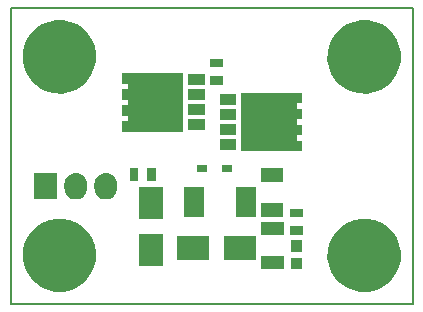
<source format=gts>
G04 #@! TF.FileFunction,Soldermask,Top*
%FSLAX46Y46*%
G04 Gerber Fmt 4.6, Leading zero omitted, Abs format (unit mm)*
G04 Created by KiCad (PCBNEW 4.0.4-stable) date 02/25/17 16:14:21*
%MOMM*%
%LPD*%
G01*
G04 APERTURE LIST*
%ADD10C,0.100000*%
%ADD11C,0.150000*%
G04 APERTURE END LIST*
D10*
D11*
X0Y25000000D02*
X34000000Y25000000D01*
X0Y0D02*
X0Y25000000D01*
X34000000Y0D02*
X34000000Y25000000D01*
X0Y0D02*
X34000000Y0D01*
D10*
G36*
X4425578Y7197677D02*
X5021055Y7075443D01*
X5581444Y6839877D01*
X6085409Y6499949D01*
X6513752Y6068605D01*
X6850153Y5562281D01*
X7081801Y5000261D01*
X7199807Y4404289D01*
X7199807Y4404279D01*
X7199873Y4403945D01*
X7190177Y3709620D01*
X7190101Y3709286D01*
X7190101Y3709274D01*
X7055504Y3116837D01*
X6808251Y2561500D01*
X6457844Y2064766D01*
X6017622Y1645549D01*
X5504367Y1319828D01*
X4937615Y1099998D01*
X4338962Y994440D01*
X3731205Y1007170D01*
X3137488Y1137707D01*
X2580444Y1381074D01*
X2081275Y1728005D01*
X1658997Y2165288D01*
X1329700Y2676256D01*
X1105920Y3241459D01*
X996183Y3839368D01*
X1004671Y4447198D01*
X1131058Y5041802D01*
X1370533Y5600538D01*
X1713971Y6102116D01*
X2148293Y6527437D01*
X2656953Y6860295D01*
X3220580Y7088015D01*
X3817700Y7201921D01*
X4425578Y7197677D01*
X4425578Y7197677D01*
G37*
G36*
X30225578Y7197677D02*
X30821055Y7075443D01*
X31381444Y6839877D01*
X31885409Y6499949D01*
X32313752Y6068605D01*
X32650153Y5562281D01*
X32881801Y5000261D01*
X32999807Y4404289D01*
X32999807Y4404279D01*
X32999873Y4403945D01*
X32990177Y3709620D01*
X32990101Y3709286D01*
X32990101Y3709274D01*
X32855504Y3116837D01*
X32608251Y2561500D01*
X32257844Y2064766D01*
X31817622Y1645549D01*
X31304367Y1319828D01*
X30737615Y1099998D01*
X30138962Y994440D01*
X29531205Y1007170D01*
X28937488Y1137707D01*
X28380444Y1381074D01*
X27881275Y1728005D01*
X27458997Y2165288D01*
X27129700Y2676256D01*
X26905920Y3241459D01*
X26796183Y3839368D01*
X26804671Y4447198D01*
X26931058Y5041802D01*
X27170533Y5600538D01*
X27513971Y6102116D01*
X27948293Y6527437D01*
X28456953Y6860295D01*
X29020580Y7088015D01*
X29617700Y7201921D01*
X30225578Y7197677D01*
X30225578Y7197677D01*
G37*
G36*
X23100000Y2900000D02*
X21200000Y2900000D01*
X21200000Y4000000D01*
X23100000Y4000000D01*
X23100000Y2900000D01*
X23100000Y2900000D01*
G37*
G36*
X24625000Y2900000D02*
X23675000Y2900000D01*
X23675000Y3900000D01*
X24625000Y3900000D01*
X24625000Y2900000D01*
X24625000Y2900000D01*
G37*
G36*
X12850430Y3201340D02*
X10849570Y3201340D01*
X10849570Y5900700D01*
X12850430Y5900700D01*
X12850430Y3201340D01*
X12850430Y3201340D01*
G37*
G36*
X20748660Y3699570D02*
X18049300Y3699570D01*
X18049300Y5700430D01*
X20748660Y5700430D01*
X20748660Y3699570D01*
X20748660Y3699570D01*
G37*
G36*
X16750700Y3699570D02*
X14051340Y3699570D01*
X14051340Y5700430D01*
X16750700Y5700430D01*
X16750700Y3699570D01*
X16750700Y3699570D01*
G37*
G36*
X24625000Y4400000D02*
X23675000Y4400000D01*
X23675000Y5400000D01*
X24625000Y5400000D01*
X24625000Y4400000D01*
X24625000Y4400000D01*
G37*
G36*
X23100000Y5800000D02*
X21200000Y5800000D01*
X21200000Y6900000D01*
X23100000Y6900000D01*
X23100000Y5800000D01*
X23100000Y5800000D01*
G37*
G36*
X24750000Y5850000D02*
X23650000Y5850000D01*
X23650000Y6550000D01*
X24750000Y6550000D01*
X24750000Y5850000D01*
X24750000Y5850000D01*
G37*
G36*
X12850430Y7199300D02*
X10849570Y7199300D01*
X10849570Y9898660D01*
X12850430Y9898660D01*
X12850430Y7199300D01*
X12850430Y7199300D01*
G37*
G36*
X16325000Y7300000D02*
X14675000Y7300000D01*
X14675000Y9900000D01*
X16325000Y9900000D01*
X16325000Y7300000D01*
X16325000Y7300000D01*
G37*
G36*
X20725000Y7300000D02*
X19075000Y7300000D01*
X19075000Y9900000D01*
X20725000Y9900000D01*
X20725000Y7300000D01*
X20725000Y7300000D01*
G37*
G36*
X23000000Y7325000D02*
X21200000Y7325000D01*
X21200000Y8525000D01*
X23000000Y8525000D01*
X23000000Y7325000D01*
X23000000Y7325000D01*
G37*
G36*
X24750000Y7350000D02*
X23650000Y7350000D01*
X23650000Y8050000D01*
X24750000Y8050000D01*
X24750000Y7350000D01*
X24750000Y7350000D01*
G37*
G36*
X5683710Y11051726D02*
X5683719Y11051723D01*
X5683759Y11051719D01*
X5863410Y10996107D01*
X6028838Y10906661D01*
X6173742Y10786786D01*
X6292603Y10641048D01*
X6380893Y10474999D01*
X6435248Y10294964D01*
X6453600Y10107800D01*
X6453600Y9792200D01*
X6453506Y9778746D01*
X6432543Y9591856D01*
X6375679Y9412598D01*
X6285079Y9247798D01*
X6164196Y9103734D01*
X6017632Y8985894D01*
X5850971Y8898766D01*
X5670561Y8845668D01*
X5670522Y8845664D01*
X5670514Y8845662D01*
X5483275Y8828621D01*
X5296290Y8848274D01*
X5296281Y8848277D01*
X5296241Y8848281D01*
X5116590Y8903893D01*
X4951162Y8993339D01*
X4806258Y9113214D01*
X4687397Y9258952D01*
X4599107Y9425001D01*
X4544752Y9605036D01*
X4526400Y9792200D01*
X4526400Y10107800D01*
X4526494Y10121254D01*
X4547457Y10308144D01*
X4604321Y10487402D01*
X4694921Y10652202D01*
X4815804Y10796266D01*
X4962368Y10914106D01*
X5129029Y11001234D01*
X5309439Y11054332D01*
X5309478Y11054336D01*
X5309486Y11054338D01*
X5496725Y11071379D01*
X5683710Y11051726D01*
X5683710Y11051726D01*
G37*
G36*
X8223710Y11051726D02*
X8223719Y11051723D01*
X8223759Y11051719D01*
X8403410Y10996107D01*
X8568838Y10906661D01*
X8713742Y10786786D01*
X8832603Y10641048D01*
X8920893Y10474999D01*
X8975248Y10294964D01*
X8993600Y10107800D01*
X8993600Y9792200D01*
X8993506Y9778746D01*
X8972543Y9591856D01*
X8915679Y9412598D01*
X8825079Y9247798D01*
X8704196Y9103734D01*
X8557632Y8985894D01*
X8390971Y8898766D01*
X8210561Y8845668D01*
X8210522Y8845664D01*
X8210514Y8845662D01*
X8023275Y8828621D01*
X7836290Y8848274D01*
X7836281Y8848277D01*
X7836241Y8848281D01*
X7656590Y8903893D01*
X7491162Y8993339D01*
X7346258Y9113214D01*
X7227397Y9258952D01*
X7139107Y9425001D01*
X7084752Y9605036D01*
X7066400Y9792200D01*
X7066400Y10107800D01*
X7066494Y10121254D01*
X7087457Y10308144D01*
X7144321Y10487402D01*
X7234921Y10652202D01*
X7355804Y10796266D01*
X7502368Y10914106D01*
X7669029Y11001234D01*
X7849439Y11054332D01*
X7849478Y11054336D01*
X7849486Y11054338D01*
X8036725Y11071379D01*
X8223710Y11051726D01*
X8223710Y11051726D01*
G37*
G36*
X3913600Y8834000D02*
X1986400Y8834000D01*
X1986400Y11066000D01*
X3913600Y11066000D01*
X3913600Y8834000D01*
X3913600Y8834000D01*
G37*
G36*
X23000000Y10325000D02*
X21200000Y10325000D01*
X21200000Y11525000D01*
X23000000Y11525000D01*
X23000000Y10325000D01*
X23000000Y10325000D01*
G37*
G36*
X10750000Y10350000D02*
X10050000Y10350000D01*
X10050000Y11450000D01*
X10750000Y11450000D01*
X10750000Y10350000D01*
X10750000Y10350000D01*
G37*
G36*
X12250000Y10350000D02*
X11550000Y10350000D01*
X11550000Y11450000D01*
X12250000Y11450000D01*
X12250000Y10350000D01*
X12250000Y10350000D01*
G37*
G36*
X16565000Y11125000D02*
X15775000Y11125000D01*
X15775000Y11775000D01*
X16565000Y11775000D01*
X16565000Y11125000D01*
X16565000Y11125000D01*
G37*
G36*
X18675000Y11125000D02*
X17885000Y11125000D01*
X17885000Y11775000D01*
X18675000Y11775000D01*
X18675000Y11125000D01*
X18675000Y11125000D01*
G37*
G36*
X24675000Y16950000D02*
X24225000Y16950000D01*
X24211070Y16948020D01*
X24198244Y16942239D01*
X24187536Y16933112D01*
X24179794Y16921364D01*
X24175632Y16907924D01*
X24175000Y16900000D01*
X24175000Y16550000D01*
X24176980Y16536070D01*
X24182761Y16523244D01*
X24191888Y16512536D01*
X24203636Y16504794D01*
X24217076Y16500632D01*
X24225000Y16500000D01*
X24675000Y16500000D01*
X24675000Y15600000D01*
X24225000Y15600000D01*
X24211070Y15598020D01*
X24198244Y15592239D01*
X24187536Y15583112D01*
X24179794Y15571364D01*
X24175632Y15557924D01*
X24175000Y15550000D01*
X24175000Y15200000D01*
X24176980Y15186070D01*
X24182761Y15173244D01*
X24191888Y15162536D01*
X24203636Y15154794D01*
X24217076Y15150632D01*
X24225000Y15150000D01*
X24675000Y15150000D01*
X24675000Y14250000D01*
X24225000Y14250000D01*
X24211070Y14248020D01*
X24198244Y14242239D01*
X24187536Y14233112D01*
X24179794Y14221364D01*
X24175632Y14207924D01*
X24175000Y14200000D01*
X24175000Y13850000D01*
X24176980Y13836070D01*
X24182761Y13823244D01*
X24191888Y13812536D01*
X24203636Y13804794D01*
X24217076Y13800632D01*
X24225000Y13800000D01*
X24675000Y13800000D01*
X24675000Y12900000D01*
X19475000Y12900000D01*
X19475000Y17850000D01*
X24675000Y17850000D01*
X24675000Y16950000D01*
X24675000Y16950000D01*
G37*
G36*
X19075000Y13020000D02*
X17675000Y13020000D01*
X17675000Y13920000D01*
X19075000Y13920000D01*
X19075000Y13020000D01*
X19075000Y13020000D01*
G37*
G36*
X19075000Y14290000D02*
X17675000Y14290000D01*
X17675000Y15190000D01*
X19075000Y15190000D01*
X19075000Y14290000D01*
X19075000Y14290000D01*
G37*
G36*
X14600000Y14575000D02*
X9400000Y14575000D01*
X9400000Y15475000D01*
X9850000Y15475000D01*
X9863930Y15476980D01*
X9876756Y15482761D01*
X9887464Y15491888D01*
X9895206Y15503636D01*
X9899368Y15517076D01*
X9900000Y15525000D01*
X9900000Y15875000D01*
X9898020Y15888930D01*
X9892239Y15901756D01*
X9883112Y15912464D01*
X9871364Y15920206D01*
X9857924Y15924368D01*
X9850000Y15925000D01*
X9400000Y15925000D01*
X9400000Y16825000D01*
X9850000Y16825000D01*
X9863930Y16826980D01*
X9876756Y16832761D01*
X9887464Y16841888D01*
X9895206Y16853636D01*
X9899368Y16867076D01*
X9900000Y16875000D01*
X9900000Y17225000D01*
X9898020Y17238930D01*
X9892239Y17251756D01*
X9883112Y17262464D01*
X9871364Y17270206D01*
X9857924Y17274368D01*
X9850000Y17275000D01*
X9400000Y17275000D01*
X9400000Y18175000D01*
X9850000Y18175000D01*
X9863930Y18176980D01*
X9876756Y18182761D01*
X9887464Y18191888D01*
X9895206Y18203636D01*
X9899368Y18217076D01*
X9900000Y18225000D01*
X9900000Y18575000D01*
X9898020Y18588930D01*
X9892239Y18601756D01*
X9883112Y18612464D01*
X9871364Y18620206D01*
X9857924Y18624368D01*
X9850000Y18625000D01*
X9400000Y18625000D01*
X9400000Y19525000D01*
X14600000Y19525000D01*
X14600000Y14575000D01*
X14600000Y14575000D01*
G37*
G36*
X16400000Y14695000D02*
X15000000Y14695000D01*
X15000000Y15595000D01*
X16400000Y15595000D01*
X16400000Y14695000D01*
X16400000Y14695000D01*
G37*
G36*
X19075000Y15560000D02*
X17675000Y15560000D01*
X17675000Y16460000D01*
X19075000Y16460000D01*
X19075000Y15560000D01*
X19075000Y15560000D01*
G37*
G36*
X16400000Y15965000D02*
X15000000Y15965000D01*
X15000000Y16865000D01*
X16400000Y16865000D01*
X16400000Y15965000D01*
X16400000Y15965000D01*
G37*
G36*
X19075000Y16830000D02*
X17675000Y16830000D01*
X17675000Y17730000D01*
X19075000Y17730000D01*
X19075000Y16830000D01*
X19075000Y16830000D01*
G37*
G36*
X16400000Y17235000D02*
X15000000Y17235000D01*
X15000000Y18135000D01*
X16400000Y18135000D01*
X16400000Y17235000D01*
X16400000Y17235000D01*
G37*
G36*
X30225578Y23997677D02*
X30821055Y23875443D01*
X31381444Y23639877D01*
X31885409Y23299949D01*
X32313752Y22868605D01*
X32650153Y22362281D01*
X32881801Y21800261D01*
X32999807Y21204289D01*
X32999807Y21204279D01*
X32999873Y21203945D01*
X32990177Y20509620D01*
X32990101Y20509286D01*
X32990101Y20509274D01*
X32855504Y19916837D01*
X32608251Y19361500D01*
X32257844Y18864766D01*
X31817622Y18445549D01*
X31304367Y18119828D01*
X30737615Y17899998D01*
X30138962Y17794440D01*
X29531205Y17807170D01*
X28937488Y17937707D01*
X28380444Y18181074D01*
X27881275Y18528005D01*
X27458997Y18965288D01*
X27129700Y19476256D01*
X26905920Y20041459D01*
X26796183Y20639368D01*
X26804671Y21247198D01*
X26931058Y21841802D01*
X27170533Y22400538D01*
X27513971Y22902116D01*
X27948293Y23327437D01*
X28456953Y23660295D01*
X29020580Y23888015D01*
X29617700Y24001921D01*
X30225578Y23997677D01*
X30225578Y23997677D01*
G37*
G36*
X4425578Y23997677D02*
X5021055Y23875443D01*
X5581444Y23639877D01*
X6085409Y23299949D01*
X6513752Y22868605D01*
X6850153Y22362281D01*
X7081801Y21800261D01*
X7199807Y21204289D01*
X7199807Y21204279D01*
X7199873Y21203945D01*
X7190177Y20509620D01*
X7190101Y20509286D01*
X7190101Y20509274D01*
X7055504Y19916837D01*
X6808251Y19361500D01*
X6457844Y18864766D01*
X6017622Y18445549D01*
X5504367Y18119828D01*
X4937615Y17899998D01*
X4338962Y17794440D01*
X3731205Y17807170D01*
X3137488Y17937707D01*
X2580444Y18181074D01*
X2081275Y18528005D01*
X1658997Y18965288D01*
X1329700Y19476256D01*
X1105920Y20041459D01*
X996183Y20639368D01*
X1004671Y21247198D01*
X1131058Y21841802D01*
X1370533Y22400538D01*
X1713971Y22902116D01*
X2148293Y23327437D01*
X2656953Y23660295D01*
X3220580Y23888015D01*
X3817700Y24001921D01*
X4425578Y23997677D01*
X4425578Y23997677D01*
G37*
G36*
X16400000Y18505000D02*
X15000000Y18505000D01*
X15000000Y19405000D01*
X16400000Y19405000D01*
X16400000Y18505000D01*
X16400000Y18505000D01*
G37*
G36*
X17950000Y18550000D02*
X16850000Y18550000D01*
X16850000Y19250000D01*
X17950000Y19250000D01*
X17950000Y18550000D01*
X17950000Y18550000D01*
G37*
G36*
X17950000Y20050000D02*
X16850000Y20050000D01*
X16850000Y20750000D01*
X17950000Y20750000D01*
X17950000Y20050000D01*
X17950000Y20050000D01*
G37*
M02*

</source>
